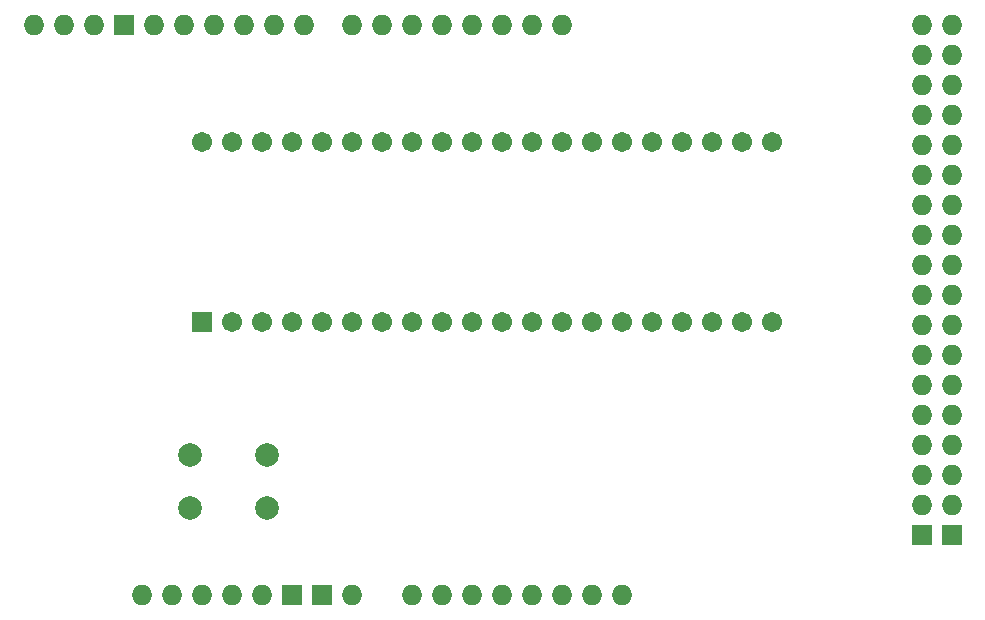
<source format=gbr>
G04 #@! TF.GenerationSoftware,KiCad,Pcbnew,8.0.4-unknown-202407162209~ee573a1480~ubuntu24.04.1*
G04 #@! TF.CreationDate,2024-07-25T22:24:25+01:00*
G04 #@! TF.ProjectId,BBC Master ROM Tester,42424320-4d61-4737-9465-7220524f4d20,1.0*
G04 #@! TF.SameCoordinates,Original*
G04 #@! TF.FileFunction,Soldermask,Bot*
G04 #@! TF.FilePolarity,Negative*
%FSLAX46Y46*%
G04 Gerber Fmt 4.6, Leading zero omitted, Abs format (unit mm)*
G04 Created by KiCad (PCBNEW 8.0.4-unknown-202407162209~ee573a1480~ubuntu24.04.1) date 2024-07-25 22:24:25*
%MOMM*%
%LPD*%
G01*
G04 APERTURE LIST*
G04 Aperture macros list*
%AMRoundRect*
0 Rectangle with rounded corners*
0 $1 Rounding radius*
0 $2 $3 $4 $5 $6 $7 $8 $9 X,Y pos of 4 corners*
0 Add a 4 corners polygon primitive as box body*
4,1,4,$2,$3,$4,$5,$6,$7,$8,$9,$2,$3,0*
0 Add four circle primitives for the rounded corners*
1,1,$1+$1,$2,$3*
1,1,$1+$1,$4,$5*
1,1,$1+$1,$6,$7*
1,1,$1+$1,$8,$9*
0 Add four rect primitives between the rounded corners*
20,1,$1+$1,$2,$3,$4,$5,0*
20,1,$1+$1,$4,$5,$6,$7,0*
20,1,$1+$1,$6,$7,$8,$9,0*
20,1,$1+$1,$8,$9,$2,$3,0*%
G04 Aperture macros list end*
%ADD10C,2.000000*%
%ADD11O,1.727200X1.727200*%
%ADD12R,1.727200X1.727200*%
%ADD13RoundRect,0.102000X0.754000X-0.754000X0.754000X0.754000X-0.754000X0.754000X-0.754000X-0.754000X0*%
%ADD14C,1.712000*%
G04 APERTURE END LIST*
D10*
G04 #@! TO.C,SW1*
X144324000Y-93319600D03*
X150824000Y-93319600D03*
X144324000Y-97819600D03*
X150824000Y-97819600D03*
G04 #@! TD*
D11*
G04 #@! TO.C,XA1*
X140208000Y-105156000D03*
X147828000Y-105156000D03*
X150368000Y-105156000D03*
X206248000Y-56896000D03*
X208788000Y-56896000D03*
X163068000Y-105156000D03*
X165608000Y-105156000D03*
X168148000Y-105156000D03*
X170688000Y-105156000D03*
X173228000Y-105156000D03*
X175768000Y-105156000D03*
X178308000Y-105156000D03*
X180848000Y-105156000D03*
X136144000Y-56896000D03*
X175768000Y-56896000D03*
X173228000Y-56896000D03*
X170688000Y-56896000D03*
X168148000Y-56896000D03*
X165608000Y-56896000D03*
X163068000Y-56896000D03*
X160528000Y-56896000D03*
X157988000Y-56896000D03*
X153924000Y-56896000D03*
X151384000Y-56896000D03*
X148844000Y-56896000D03*
X146304000Y-56896000D03*
X143764000Y-56896000D03*
X141224000Y-56896000D03*
X206248000Y-59436000D03*
X208788000Y-59436000D03*
X206248000Y-61976000D03*
X208788000Y-61976000D03*
X206248000Y-64516000D03*
X208788000Y-64516000D03*
X206248000Y-67056000D03*
X208788000Y-67056000D03*
X206248000Y-69596000D03*
X208788000Y-69596000D03*
X206248000Y-72136000D03*
X208788000Y-72136000D03*
X206248000Y-74676000D03*
X208788000Y-74676000D03*
X206248000Y-77216000D03*
X208788000Y-77216000D03*
X206248000Y-79756000D03*
X208788000Y-79756000D03*
X206248000Y-82296000D03*
X208788000Y-82296000D03*
X206248000Y-84836000D03*
X208788000Y-84836000D03*
X206248000Y-87376000D03*
X208788000Y-87376000D03*
X206248000Y-89916000D03*
X208788000Y-89916000D03*
X206248000Y-92456000D03*
X208788000Y-92456000D03*
X206248000Y-94996000D03*
X208788000Y-94996000D03*
X206248000Y-97536000D03*
X208788000Y-97536000D03*
D12*
X138684000Y-56896000D03*
X152908000Y-105156000D03*
X155448000Y-105156000D03*
X206248000Y-100076000D03*
X208788000Y-100076000D03*
D11*
X142748000Y-105156000D03*
X145288000Y-105156000D03*
X131064000Y-56896000D03*
X133604000Y-56896000D03*
X157988000Y-105156000D03*
G04 #@! TD*
D13*
G04 #@! TO.C,U2*
X145288000Y-82042000D03*
D14*
X147828000Y-82042000D03*
X150368000Y-82042000D03*
X152908000Y-82042000D03*
X155448000Y-82042000D03*
X157988000Y-82042000D03*
X160528000Y-82042000D03*
X163068000Y-82042000D03*
X165608000Y-82042000D03*
X168148000Y-82042000D03*
X170688000Y-82042000D03*
X173228000Y-82042000D03*
X175768000Y-82042000D03*
X178308000Y-82042000D03*
X180848000Y-82042000D03*
X183388000Y-82042000D03*
X185928000Y-82042000D03*
X188468000Y-82042000D03*
X191008000Y-82042000D03*
X193548000Y-82042000D03*
X193548000Y-66802000D03*
X191008000Y-66802000D03*
X188468000Y-66802000D03*
X185928000Y-66802000D03*
X183388000Y-66802000D03*
X180848000Y-66802000D03*
X178308000Y-66802000D03*
X175768000Y-66802000D03*
X173228000Y-66802000D03*
X170688000Y-66802000D03*
X168148000Y-66802000D03*
X165608000Y-66802000D03*
X163068000Y-66802000D03*
X160528000Y-66802000D03*
X157988000Y-66802000D03*
X155448000Y-66802000D03*
X152908000Y-66802000D03*
X150368000Y-66802000D03*
X147828000Y-66802000D03*
X145288000Y-66802000D03*
G04 #@! TD*
M02*

</source>
